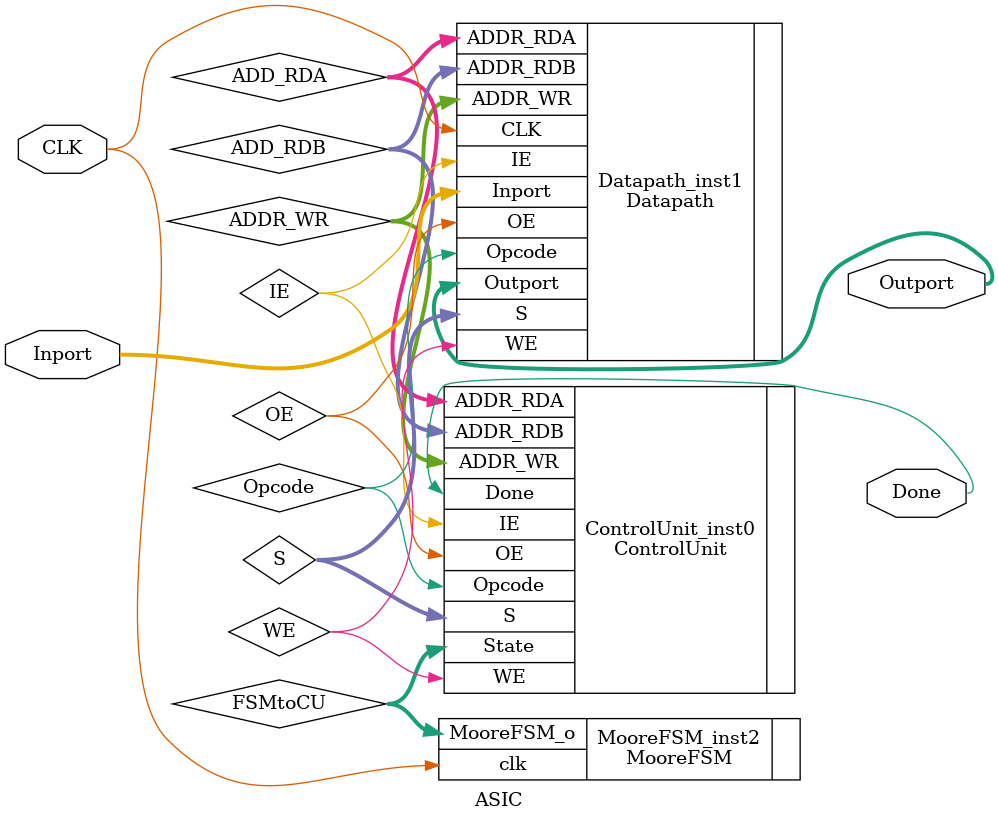
<source format=v>
module ASIC(Inport,Outport,CLK,Done);
input [15:0] Inport;
output [15:0] Outport;
input CLK;
output Done;
//port type 
wire [2:0]	ADDR_WR,ADD_RDA,ADD_RDB;
wire Opcode;
wire [1:0] S;
wire CLK,IE,OE,WE;
wire [4:0] FSMtoCU;
wire [15:0] AtoALU,BtoALU,ALUtoSL,SLtoReg,RegtoNS;
ControlUnit ControlUnit_inst0(
.IE(IE),
.OE(OE),
.ADDR_WR(ADDR_WR),
.S(S),
.Opcode(Opcode),
.WE(WE),
.ADDR_RDA(ADD_RDA),
.ADDR_RDB(ADD_RDB),
.State(FSMtoCU),
.Done(Done)
);
Datapath Datapath_inst1(
.IE(IE),
.OE(OE),
.ADDR_WR(ADDR_WR),
.S(S),
.Opcode(Opcode),
.WE(WE),
.ADDR_RDA(ADD_RDA),
.ADDR_RDB(ADD_RDB),
.CLK(CLK),
.Inport (Inport),
.Outport (Outport)
);
MooreFSM MooreFSM_inst2(
.clk(CLK),
.MooreFSM_o(FSMtoCU)
);
endmodule
</source>
